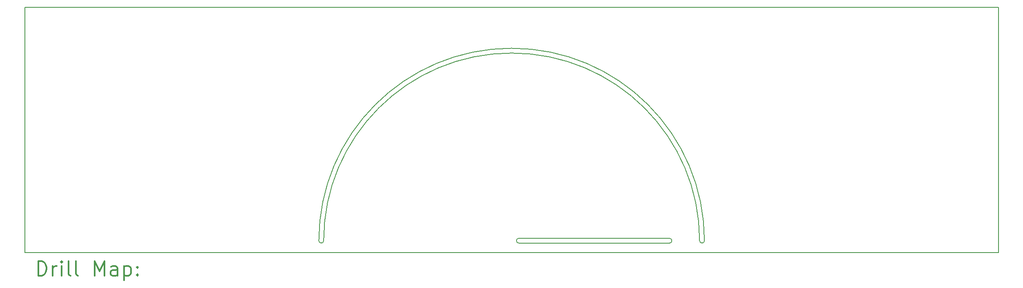
<source format=gbr>
%FSLAX45Y45*%
G04 Gerber Fmt 4.5, Leading zero omitted, Abs format (unit mm)*
G04 Created by KiCad (PCBNEW 5.0.2-bee76a0~70~ubuntu18.04.1) date 2019年01月05日 星期六 20时40分46秒*
%MOMM*%
%LPD*%
G01*
G04 APERTURE LIST*
%ADD10C,0.200000*%
%ADD11C,0.300000*%
G04 APERTURE END LIST*
D10*
X8640000Y-7420000D02*
G75*
G02X8540000Y-7420000I-50000J0D01*
G01*
X16540000Y-7420000D02*
G75*
G02X16440000Y-7420000I-50000J0D01*
G01*
X12690000Y-7470000D02*
G75*
G02X12690000Y-7370000I0J50000D01*
G01*
X15815000Y-7370000D02*
G75*
G02X15815000Y-7470000I0J-50000D01*
G01*
X12690000Y-7370000D02*
X15815000Y-7370000D01*
X15815000Y-7470000D02*
X12690000Y-7470000D01*
X8640000Y-7420000D02*
G75*
G02X16440000Y-7420000I3900000J0D01*
G01*
X8540000Y-7420000D02*
G75*
G02X16540000Y-7420000I4000000J0D01*
G01*
X22640000Y-2570000D02*
X2440000Y-2570000D01*
X22640000Y-7670000D02*
X22640000Y-2570000D01*
X2440000Y-7670000D02*
X22640000Y-7670000D01*
X2440000Y-2570000D02*
X2440000Y-7670000D01*
D10*
D11*
X2716428Y-8145714D02*
X2716428Y-7845714D01*
X2787857Y-7845714D01*
X2830714Y-7860000D01*
X2859286Y-7888571D01*
X2873571Y-7917143D01*
X2887857Y-7974286D01*
X2887857Y-8017143D01*
X2873571Y-8074286D01*
X2859286Y-8102857D01*
X2830714Y-8131429D01*
X2787857Y-8145714D01*
X2716428Y-8145714D01*
X3016428Y-8145714D02*
X3016428Y-7945714D01*
X3016428Y-8002857D02*
X3030714Y-7974286D01*
X3045000Y-7960000D01*
X3073571Y-7945714D01*
X3102143Y-7945714D01*
X3202143Y-8145714D02*
X3202143Y-7945714D01*
X3202143Y-7845714D02*
X3187857Y-7860000D01*
X3202143Y-7874286D01*
X3216428Y-7860000D01*
X3202143Y-7845714D01*
X3202143Y-7874286D01*
X3387857Y-8145714D02*
X3359286Y-8131429D01*
X3345000Y-8102857D01*
X3345000Y-7845714D01*
X3545000Y-8145714D02*
X3516428Y-8131429D01*
X3502143Y-8102857D01*
X3502143Y-7845714D01*
X3887857Y-8145714D02*
X3887857Y-7845714D01*
X3987857Y-8060000D01*
X4087857Y-7845714D01*
X4087857Y-8145714D01*
X4359286Y-8145714D02*
X4359286Y-7988571D01*
X4345000Y-7960000D01*
X4316428Y-7945714D01*
X4259286Y-7945714D01*
X4230714Y-7960000D01*
X4359286Y-8131429D02*
X4330714Y-8145714D01*
X4259286Y-8145714D01*
X4230714Y-8131429D01*
X4216428Y-8102857D01*
X4216428Y-8074286D01*
X4230714Y-8045714D01*
X4259286Y-8031429D01*
X4330714Y-8031429D01*
X4359286Y-8017143D01*
X4502143Y-7945714D02*
X4502143Y-8245714D01*
X4502143Y-7960000D02*
X4530714Y-7945714D01*
X4587857Y-7945714D01*
X4616428Y-7960000D01*
X4630714Y-7974286D01*
X4645000Y-8002857D01*
X4645000Y-8088571D01*
X4630714Y-8117143D01*
X4616428Y-8131429D01*
X4587857Y-8145714D01*
X4530714Y-8145714D01*
X4502143Y-8131429D01*
X4773571Y-8117143D02*
X4787857Y-8131429D01*
X4773571Y-8145714D01*
X4759286Y-8131429D01*
X4773571Y-8117143D01*
X4773571Y-8145714D01*
X4773571Y-7960000D02*
X4787857Y-7974286D01*
X4773571Y-7988571D01*
X4759286Y-7974286D01*
X4773571Y-7960000D01*
X4773571Y-7988571D01*
M02*

</source>
